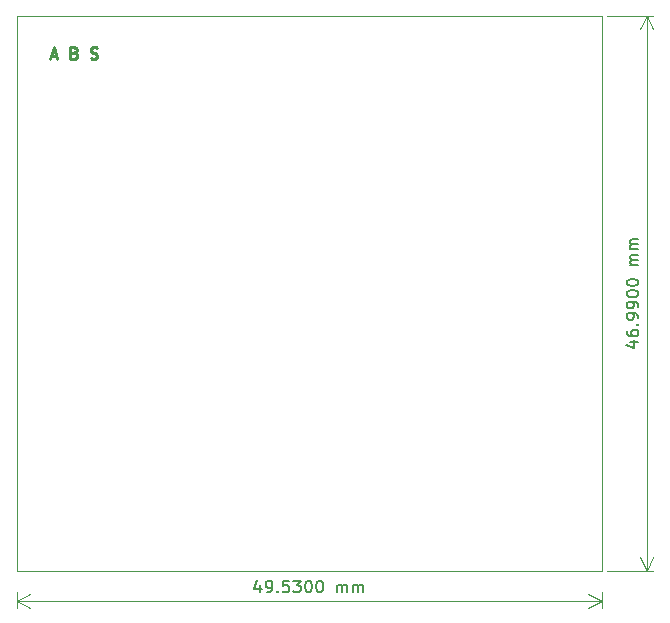
<source format=gbr>
%TF.GenerationSoftware,KiCad,Pcbnew,7.0.7*%
%TF.CreationDate,2024-05-03T12:55:33+03:00*%
%TF.ProjectId,Flip-Flop_lab_project,466c6970-2d46-46c6-9f70-5f6c61625f70,rev?*%
%TF.SameCoordinates,Original*%
%TF.FileFunction,Profile,NP*%
%FSLAX46Y46*%
G04 Gerber Fmt 4.6, Leading zero omitted, Abs format (unit mm)*
G04 Created by KiCad (PCBNEW 7.0.7) date 2024-05-03 12:55:33*
%MOMM*%
%LPD*%
G01*
G04 APERTURE LIST*
%TA.AperFunction,Profile*%
%ADD10C,0.100000*%
%TD*%
%ADD11C,0.150000*%
%ADD12C,0.250000*%
G04 APERTURE END LIST*
D10*
X171450000Y-74930000D02*
X171450000Y-121920000D01*
X121920000Y-74930000D02*
X171450000Y-74930000D01*
X121920000Y-121920000D02*
X121920000Y-74930000D01*
X171450000Y-121920000D02*
X121920000Y-121920000D01*
D11*
X173898152Y-102567856D02*
X174564819Y-102567856D01*
X173517200Y-102805951D02*
X174231485Y-103044046D01*
X174231485Y-103044046D02*
X174231485Y-102424999D01*
X173564819Y-101615475D02*
X173564819Y-101805951D01*
X173564819Y-101805951D02*
X173612438Y-101901189D01*
X173612438Y-101901189D02*
X173660057Y-101948808D01*
X173660057Y-101948808D02*
X173802914Y-102044046D01*
X173802914Y-102044046D02*
X173993390Y-102091665D01*
X173993390Y-102091665D02*
X174374342Y-102091665D01*
X174374342Y-102091665D02*
X174469580Y-102044046D01*
X174469580Y-102044046D02*
X174517200Y-101996427D01*
X174517200Y-101996427D02*
X174564819Y-101901189D01*
X174564819Y-101901189D02*
X174564819Y-101710713D01*
X174564819Y-101710713D02*
X174517200Y-101615475D01*
X174517200Y-101615475D02*
X174469580Y-101567856D01*
X174469580Y-101567856D02*
X174374342Y-101520237D01*
X174374342Y-101520237D02*
X174136247Y-101520237D01*
X174136247Y-101520237D02*
X174041009Y-101567856D01*
X174041009Y-101567856D02*
X173993390Y-101615475D01*
X173993390Y-101615475D02*
X173945771Y-101710713D01*
X173945771Y-101710713D02*
X173945771Y-101901189D01*
X173945771Y-101901189D02*
X173993390Y-101996427D01*
X173993390Y-101996427D02*
X174041009Y-102044046D01*
X174041009Y-102044046D02*
X174136247Y-102091665D01*
X174469580Y-101091665D02*
X174517200Y-101044046D01*
X174517200Y-101044046D02*
X174564819Y-101091665D01*
X174564819Y-101091665D02*
X174517200Y-101139284D01*
X174517200Y-101139284D02*
X174469580Y-101091665D01*
X174469580Y-101091665D02*
X174564819Y-101091665D01*
X174564819Y-100567856D02*
X174564819Y-100377380D01*
X174564819Y-100377380D02*
X174517200Y-100282142D01*
X174517200Y-100282142D02*
X174469580Y-100234523D01*
X174469580Y-100234523D02*
X174326723Y-100139285D01*
X174326723Y-100139285D02*
X174136247Y-100091666D01*
X174136247Y-100091666D02*
X173755295Y-100091666D01*
X173755295Y-100091666D02*
X173660057Y-100139285D01*
X173660057Y-100139285D02*
X173612438Y-100186904D01*
X173612438Y-100186904D02*
X173564819Y-100282142D01*
X173564819Y-100282142D02*
X173564819Y-100472618D01*
X173564819Y-100472618D02*
X173612438Y-100567856D01*
X173612438Y-100567856D02*
X173660057Y-100615475D01*
X173660057Y-100615475D02*
X173755295Y-100663094D01*
X173755295Y-100663094D02*
X173993390Y-100663094D01*
X173993390Y-100663094D02*
X174088628Y-100615475D01*
X174088628Y-100615475D02*
X174136247Y-100567856D01*
X174136247Y-100567856D02*
X174183866Y-100472618D01*
X174183866Y-100472618D02*
X174183866Y-100282142D01*
X174183866Y-100282142D02*
X174136247Y-100186904D01*
X174136247Y-100186904D02*
X174088628Y-100139285D01*
X174088628Y-100139285D02*
X173993390Y-100091666D01*
X174564819Y-99615475D02*
X174564819Y-99424999D01*
X174564819Y-99424999D02*
X174517200Y-99329761D01*
X174517200Y-99329761D02*
X174469580Y-99282142D01*
X174469580Y-99282142D02*
X174326723Y-99186904D01*
X174326723Y-99186904D02*
X174136247Y-99139285D01*
X174136247Y-99139285D02*
X173755295Y-99139285D01*
X173755295Y-99139285D02*
X173660057Y-99186904D01*
X173660057Y-99186904D02*
X173612438Y-99234523D01*
X173612438Y-99234523D02*
X173564819Y-99329761D01*
X173564819Y-99329761D02*
X173564819Y-99520237D01*
X173564819Y-99520237D02*
X173612438Y-99615475D01*
X173612438Y-99615475D02*
X173660057Y-99663094D01*
X173660057Y-99663094D02*
X173755295Y-99710713D01*
X173755295Y-99710713D02*
X173993390Y-99710713D01*
X173993390Y-99710713D02*
X174088628Y-99663094D01*
X174088628Y-99663094D02*
X174136247Y-99615475D01*
X174136247Y-99615475D02*
X174183866Y-99520237D01*
X174183866Y-99520237D02*
X174183866Y-99329761D01*
X174183866Y-99329761D02*
X174136247Y-99234523D01*
X174136247Y-99234523D02*
X174088628Y-99186904D01*
X174088628Y-99186904D02*
X173993390Y-99139285D01*
X173564819Y-98520237D02*
X173564819Y-98424999D01*
X173564819Y-98424999D02*
X173612438Y-98329761D01*
X173612438Y-98329761D02*
X173660057Y-98282142D01*
X173660057Y-98282142D02*
X173755295Y-98234523D01*
X173755295Y-98234523D02*
X173945771Y-98186904D01*
X173945771Y-98186904D02*
X174183866Y-98186904D01*
X174183866Y-98186904D02*
X174374342Y-98234523D01*
X174374342Y-98234523D02*
X174469580Y-98282142D01*
X174469580Y-98282142D02*
X174517200Y-98329761D01*
X174517200Y-98329761D02*
X174564819Y-98424999D01*
X174564819Y-98424999D02*
X174564819Y-98520237D01*
X174564819Y-98520237D02*
X174517200Y-98615475D01*
X174517200Y-98615475D02*
X174469580Y-98663094D01*
X174469580Y-98663094D02*
X174374342Y-98710713D01*
X174374342Y-98710713D02*
X174183866Y-98758332D01*
X174183866Y-98758332D02*
X173945771Y-98758332D01*
X173945771Y-98758332D02*
X173755295Y-98710713D01*
X173755295Y-98710713D02*
X173660057Y-98663094D01*
X173660057Y-98663094D02*
X173612438Y-98615475D01*
X173612438Y-98615475D02*
X173564819Y-98520237D01*
X173564819Y-97567856D02*
X173564819Y-97472618D01*
X173564819Y-97472618D02*
X173612438Y-97377380D01*
X173612438Y-97377380D02*
X173660057Y-97329761D01*
X173660057Y-97329761D02*
X173755295Y-97282142D01*
X173755295Y-97282142D02*
X173945771Y-97234523D01*
X173945771Y-97234523D02*
X174183866Y-97234523D01*
X174183866Y-97234523D02*
X174374342Y-97282142D01*
X174374342Y-97282142D02*
X174469580Y-97329761D01*
X174469580Y-97329761D02*
X174517200Y-97377380D01*
X174517200Y-97377380D02*
X174564819Y-97472618D01*
X174564819Y-97472618D02*
X174564819Y-97567856D01*
X174564819Y-97567856D02*
X174517200Y-97663094D01*
X174517200Y-97663094D02*
X174469580Y-97710713D01*
X174469580Y-97710713D02*
X174374342Y-97758332D01*
X174374342Y-97758332D02*
X174183866Y-97805951D01*
X174183866Y-97805951D02*
X173945771Y-97805951D01*
X173945771Y-97805951D02*
X173755295Y-97758332D01*
X173755295Y-97758332D02*
X173660057Y-97710713D01*
X173660057Y-97710713D02*
X173612438Y-97663094D01*
X173612438Y-97663094D02*
X173564819Y-97567856D01*
X174564819Y-96044046D02*
X173898152Y-96044046D01*
X173993390Y-96044046D02*
X173945771Y-95996427D01*
X173945771Y-95996427D02*
X173898152Y-95901189D01*
X173898152Y-95901189D02*
X173898152Y-95758332D01*
X173898152Y-95758332D02*
X173945771Y-95663094D01*
X173945771Y-95663094D02*
X174041009Y-95615475D01*
X174041009Y-95615475D02*
X174564819Y-95615475D01*
X174041009Y-95615475D02*
X173945771Y-95567856D01*
X173945771Y-95567856D02*
X173898152Y-95472618D01*
X173898152Y-95472618D02*
X173898152Y-95329761D01*
X173898152Y-95329761D02*
X173945771Y-95234522D01*
X173945771Y-95234522D02*
X174041009Y-95186903D01*
X174041009Y-95186903D02*
X174564819Y-95186903D01*
X174564819Y-94710713D02*
X173898152Y-94710713D01*
X173993390Y-94710713D02*
X173945771Y-94663094D01*
X173945771Y-94663094D02*
X173898152Y-94567856D01*
X173898152Y-94567856D02*
X173898152Y-94424999D01*
X173898152Y-94424999D02*
X173945771Y-94329761D01*
X173945771Y-94329761D02*
X174041009Y-94282142D01*
X174041009Y-94282142D02*
X174564819Y-94282142D01*
X174041009Y-94282142D02*
X173945771Y-94234523D01*
X173945771Y-94234523D02*
X173898152Y-94139285D01*
X173898152Y-94139285D02*
X173898152Y-93996428D01*
X173898152Y-93996428D02*
X173945771Y-93901189D01*
X173945771Y-93901189D02*
X174041009Y-93853570D01*
X174041009Y-93853570D02*
X174564819Y-93853570D01*
D10*
X171950000Y-121920000D02*
X175846420Y-121920000D01*
X171950000Y-74930000D02*
X175846420Y-74930000D01*
X175260000Y-121920000D02*
X175260000Y-74930000D01*
X175260000Y-121920000D02*
X175260000Y-74930000D01*
X175260000Y-121920000D02*
X174673579Y-120793496D01*
X175260000Y-121920000D02*
X175846421Y-120793496D01*
X175260000Y-74930000D02*
X175846421Y-76056504D01*
X175260000Y-74930000D02*
X174673579Y-76056504D01*
D11*
X142542143Y-123098152D02*
X142542143Y-123764819D01*
X142304048Y-122717200D02*
X142065953Y-123431485D01*
X142065953Y-123431485D02*
X142685000Y-123431485D01*
X143113572Y-123764819D02*
X143304048Y-123764819D01*
X143304048Y-123764819D02*
X143399286Y-123717200D01*
X143399286Y-123717200D02*
X143446905Y-123669580D01*
X143446905Y-123669580D02*
X143542143Y-123526723D01*
X143542143Y-123526723D02*
X143589762Y-123336247D01*
X143589762Y-123336247D02*
X143589762Y-122955295D01*
X143589762Y-122955295D02*
X143542143Y-122860057D01*
X143542143Y-122860057D02*
X143494524Y-122812438D01*
X143494524Y-122812438D02*
X143399286Y-122764819D01*
X143399286Y-122764819D02*
X143208810Y-122764819D01*
X143208810Y-122764819D02*
X143113572Y-122812438D01*
X143113572Y-122812438D02*
X143065953Y-122860057D01*
X143065953Y-122860057D02*
X143018334Y-122955295D01*
X143018334Y-122955295D02*
X143018334Y-123193390D01*
X143018334Y-123193390D02*
X143065953Y-123288628D01*
X143065953Y-123288628D02*
X143113572Y-123336247D01*
X143113572Y-123336247D02*
X143208810Y-123383866D01*
X143208810Y-123383866D02*
X143399286Y-123383866D01*
X143399286Y-123383866D02*
X143494524Y-123336247D01*
X143494524Y-123336247D02*
X143542143Y-123288628D01*
X143542143Y-123288628D02*
X143589762Y-123193390D01*
X144018334Y-123669580D02*
X144065953Y-123717200D01*
X144065953Y-123717200D02*
X144018334Y-123764819D01*
X144018334Y-123764819D02*
X143970715Y-123717200D01*
X143970715Y-123717200D02*
X144018334Y-123669580D01*
X144018334Y-123669580D02*
X144018334Y-123764819D01*
X144970714Y-122764819D02*
X144494524Y-122764819D01*
X144494524Y-122764819D02*
X144446905Y-123241009D01*
X144446905Y-123241009D02*
X144494524Y-123193390D01*
X144494524Y-123193390D02*
X144589762Y-123145771D01*
X144589762Y-123145771D02*
X144827857Y-123145771D01*
X144827857Y-123145771D02*
X144923095Y-123193390D01*
X144923095Y-123193390D02*
X144970714Y-123241009D01*
X144970714Y-123241009D02*
X145018333Y-123336247D01*
X145018333Y-123336247D02*
X145018333Y-123574342D01*
X145018333Y-123574342D02*
X144970714Y-123669580D01*
X144970714Y-123669580D02*
X144923095Y-123717200D01*
X144923095Y-123717200D02*
X144827857Y-123764819D01*
X144827857Y-123764819D02*
X144589762Y-123764819D01*
X144589762Y-123764819D02*
X144494524Y-123717200D01*
X144494524Y-123717200D02*
X144446905Y-123669580D01*
X145351667Y-122764819D02*
X145970714Y-122764819D01*
X145970714Y-122764819D02*
X145637381Y-123145771D01*
X145637381Y-123145771D02*
X145780238Y-123145771D01*
X145780238Y-123145771D02*
X145875476Y-123193390D01*
X145875476Y-123193390D02*
X145923095Y-123241009D01*
X145923095Y-123241009D02*
X145970714Y-123336247D01*
X145970714Y-123336247D02*
X145970714Y-123574342D01*
X145970714Y-123574342D02*
X145923095Y-123669580D01*
X145923095Y-123669580D02*
X145875476Y-123717200D01*
X145875476Y-123717200D02*
X145780238Y-123764819D01*
X145780238Y-123764819D02*
X145494524Y-123764819D01*
X145494524Y-123764819D02*
X145399286Y-123717200D01*
X145399286Y-123717200D02*
X145351667Y-123669580D01*
X146589762Y-122764819D02*
X146685000Y-122764819D01*
X146685000Y-122764819D02*
X146780238Y-122812438D01*
X146780238Y-122812438D02*
X146827857Y-122860057D01*
X146827857Y-122860057D02*
X146875476Y-122955295D01*
X146875476Y-122955295D02*
X146923095Y-123145771D01*
X146923095Y-123145771D02*
X146923095Y-123383866D01*
X146923095Y-123383866D02*
X146875476Y-123574342D01*
X146875476Y-123574342D02*
X146827857Y-123669580D01*
X146827857Y-123669580D02*
X146780238Y-123717200D01*
X146780238Y-123717200D02*
X146685000Y-123764819D01*
X146685000Y-123764819D02*
X146589762Y-123764819D01*
X146589762Y-123764819D02*
X146494524Y-123717200D01*
X146494524Y-123717200D02*
X146446905Y-123669580D01*
X146446905Y-123669580D02*
X146399286Y-123574342D01*
X146399286Y-123574342D02*
X146351667Y-123383866D01*
X146351667Y-123383866D02*
X146351667Y-123145771D01*
X146351667Y-123145771D02*
X146399286Y-122955295D01*
X146399286Y-122955295D02*
X146446905Y-122860057D01*
X146446905Y-122860057D02*
X146494524Y-122812438D01*
X146494524Y-122812438D02*
X146589762Y-122764819D01*
X147542143Y-122764819D02*
X147637381Y-122764819D01*
X147637381Y-122764819D02*
X147732619Y-122812438D01*
X147732619Y-122812438D02*
X147780238Y-122860057D01*
X147780238Y-122860057D02*
X147827857Y-122955295D01*
X147827857Y-122955295D02*
X147875476Y-123145771D01*
X147875476Y-123145771D02*
X147875476Y-123383866D01*
X147875476Y-123383866D02*
X147827857Y-123574342D01*
X147827857Y-123574342D02*
X147780238Y-123669580D01*
X147780238Y-123669580D02*
X147732619Y-123717200D01*
X147732619Y-123717200D02*
X147637381Y-123764819D01*
X147637381Y-123764819D02*
X147542143Y-123764819D01*
X147542143Y-123764819D02*
X147446905Y-123717200D01*
X147446905Y-123717200D02*
X147399286Y-123669580D01*
X147399286Y-123669580D02*
X147351667Y-123574342D01*
X147351667Y-123574342D02*
X147304048Y-123383866D01*
X147304048Y-123383866D02*
X147304048Y-123145771D01*
X147304048Y-123145771D02*
X147351667Y-122955295D01*
X147351667Y-122955295D02*
X147399286Y-122860057D01*
X147399286Y-122860057D02*
X147446905Y-122812438D01*
X147446905Y-122812438D02*
X147542143Y-122764819D01*
X149065953Y-123764819D02*
X149065953Y-123098152D01*
X149065953Y-123193390D02*
X149113572Y-123145771D01*
X149113572Y-123145771D02*
X149208810Y-123098152D01*
X149208810Y-123098152D02*
X149351667Y-123098152D01*
X149351667Y-123098152D02*
X149446905Y-123145771D01*
X149446905Y-123145771D02*
X149494524Y-123241009D01*
X149494524Y-123241009D02*
X149494524Y-123764819D01*
X149494524Y-123241009D02*
X149542143Y-123145771D01*
X149542143Y-123145771D02*
X149637381Y-123098152D01*
X149637381Y-123098152D02*
X149780238Y-123098152D01*
X149780238Y-123098152D02*
X149875477Y-123145771D01*
X149875477Y-123145771D02*
X149923096Y-123241009D01*
X149923096Y-123241009D02*
X149923096Y-123764819D01*
X150399286Y-123764819D02*
X150399286Y-123098152D01*
X150399286Y-123193390D02*
X150446905Y-123145771D01*
X150446905Y-123145771D02*
X150542143Y-123098152D01*
X150542143Y-123098152D02*
X150685000Y-123098152D01*
X150685000Y-123098152D02*
X150780238Y-123145771D01*
X150780238Y-123145771D02*
X150827857Y-123241009D01*
X150827857Y-123241009D02*
X150827857Y-123764819D01*
X150827857Y-123241009D02*
X150875476Y-123145771D01*
X150875476Y-123145771D02*
X150970714Y-123098152D01*
X150970714Y-123098152D02*
X151113571Y-123098152D01*
X151113571Y-123098152D02*
X151208810Y-123145771D01*
X151208810Y-123145771D02*
X151256429Y-123241009D01*
X151256429Y-123241009D02*
X151256429Y-123764819D01*
D10*
X121920000Y-123690001D02*
X121920000Y-125046420D01*
X171450000Y-123690001D02*
X171450000Y-125046420D01*
X121920000Y-124460000D02*
X171450000Y-124460000D01*
X121920000Y-124460000D02*
X171450000Y-124460000D01*
X121920000Y-124460000D02*
X123046504Y-123873579D01*
X121920000Y-124460000D02*
X123046504Y-125046421D01*
X171450000Y-124460000D02*
X170323496Y-125046421D01*
X171450000Y-124460000D02*
X170323496Y-123873579D01*
D12*
X124814949Y-78318904D02*
X125291139Y-78318904D01*
X124719711Y-78604619D02*
X125053044Y-77604619D01*
X125053044Y-77604619D02*
X125386377Y-78604619D01*
X126814949Y-78080809D02*
X126957806Y-78128428D01*
X126957806Y-78128428D02*
X127005425Y-78176047D01*
X127005425Y-78176047D02*
X127053044Y-78271285D01*
X127053044Y-78271285D02*
X127053044Y-78414142D01*
X127053044Y-78414142D02*
X127005425Y-78509380D01*
X127005425Y-78509380D02*
X126957806Y-78557000D01*
X126957806Y-78557000D02*
X126862568Y-78604619D01*
X126862568Y-78604619D02*
X126481616Y-78604619D01*
X126481616Y-78604619D02*
X126481616Y-77604619D01*
X126481616Y-77604619D02*
X126814949Y-77604619D01*
X126814949Y-77604619D02*
X126910187Y-77652238D01*
X126910187Y-77652238D02*
X126957806Y-77699857D01*
X126957806Y-77699857D02*
X127005425Y-77795095D01*
X127005425Y-77795095D02*
X127005425Y-77890333D01*
X127005425Y-77890333D02*
X126957806Y-77985571D01*
X126957806Y-77985571D02*
X126910187Y-78033190D01*
X126910187Y-78033190D02*
X126814949Y-78080809D01*
X126814949Y-78080809D02*
X126481616Y-78080809D01*
X128195902Y-78557000D02*
X128338759Y-78604619D01*
X128338759Y-78604619D02*
X128576854Y-78604619D01*
X128576854Y-78604619D02*
X128672092Y-78557000D01*
X128672092Y-78557000D02*
X128719711Y-78509380D01*
X128719711Y-78509380D02*
X128767330Y-78414142D01*
X128767330Y-78414142D02*
X128767330Y-78318904D01*
X128767330Y-78318904D02*
X128719711Y-78223666D01*
X128719711Y-78223666D02*
X128672092Y-78176047D01*
X128672092Y-78176047D02*
X128576854Y-78128428D01*
X128576854Y-78128428D02*
X128386378Y-78080809D01*
X128386378Y-78080809D02*
X128291140Y-78033190D01*
X128291140Y-78033190D02*
X128243521Y-77985571D01*
X128243521Y-77985571D02*
X128195902Y-77890333D01*
X128195902Y-77890333D02*
X128195902Y-77795095D01*
X128195902Y-77795095D02*
X128243521Y-77699857D01*
X128243521Y-77699857D02*
X128291140Y-77652238D01*
X128291140Y-77652238D02*
X128386378Y-77604619D01*
X128386378Y-77604619D02*
X128624473Y-77604619D01*
X128624473Y-77604619D02*
X128767330Y-77652238D01*
M02*

</source>
